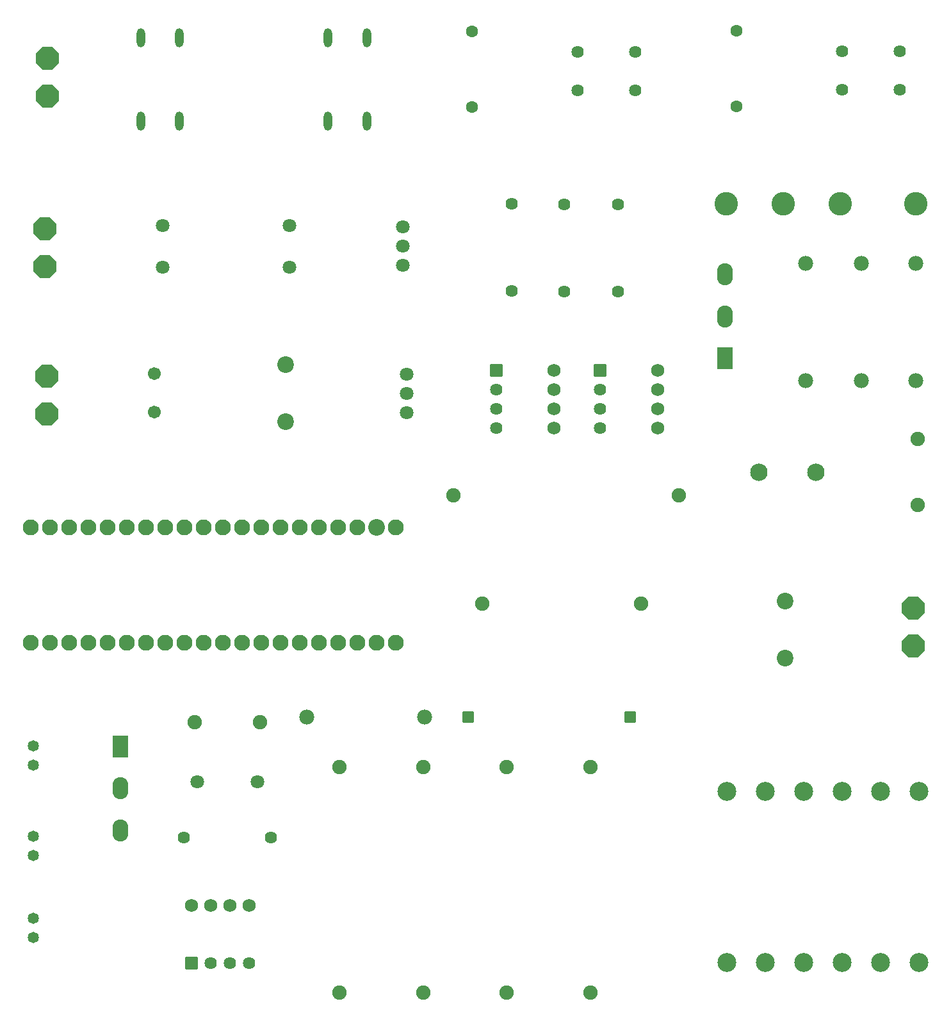
<source format=gbs>
G04 Layer: BottomSolderMaskLayer*
G04 EasyEDA v6.5.23, 2023-06-02 07:25:32*
G04 faa352a2f59442928f15561526b97a70,7a70a1584c9f4322b4499a83215dc486,10*
G04 Gerber Generator version 0.2*
G04 Scale: 100 percent, Rotated: No, Reflected: No *
G04 Dimensions in millimeters *
G04 leading zeros omitted , absolute positions ,4 integer and 5 decimal *
%FSLAX45Y45*%
%MOMM*%

%AMMACRO1*1,1,$1,$2,$3*1,1,$1,$4,$5*1,1,$1,0-$2,0-$3*1,1,$1,0-$4,0-$5*20,1,$1,$2,$3,$4,$5,0*20,1,$1,$4,$5,0-$2,0-$3,0*20,1,$1,0-$2,0-$3,0-$4,0-$5,0*20,1,$1,0-$4,0-$5,$2,$3,0*4,1,4,$2,$3,$4,$5,0-$2,0-$3,0-$4,0-$5,$2,$3,0*%
%AMMACRO2*4,1,8,-0.6248,-1.5088,-1.5088,-0.6248,-1.5088,0.6248,-0.6248,1.5088,0.6248,1.5088,1.5088,0.6248,1.5088,-0.6248,0.6248,-1.5088,-0.6248,-1.5088,0*%
%ADD10MACRO1,0.1016X0.762X0.762X0.762X-0.762*%
%ADD11C,1.6256*%
%ADD12C,1.7272*%
%ADD13MACRO1,0.1016X-0.762X0.762X0.762X0.762*%
%ADD14C,3.1016*%
%ADD15C,1.6016*%
%ADD16C,2.3016*%
%ADD17C,1.9016*%
%ADD18C,1.8016*%
%ADD19C,1.7016*%
%ADD20C,2.2000*%
%ADD21C,1.4816*%
%ADD22MACRO2*%
%ADD23O,1.1015979999999999X2.501646*%
%ADD24C,1.6240*%
%ADD25C,1.9812*%
%ADD26MACRO1,0.1016X-0.675X0.675X0.675X0.675*%
%ADD27MACRO1,0.1016X0.675X-0.675X-0.675X-0.675*%
%ADD28C,2.5000*%
%ADD29C,2.1016*%
%ADD30C,2.2032*%
%ADD31MACRO1,0.1016X-1X1.4X1X1.4*%
%ADD32O,2.101596X2.9015944*%
%ADD33MACRO1,0.1016X1X-1.4X-1X-1.4*%

%LPD*%
D10*
G01*
X7277100Y8826500D03*
D11*
G01*
X7277100Y8572500D03*
G01*
X7277100Y8318500D03*
G01*
X7277100Y8064500D03*
D12*
G01*
X8039100Y8064500D03*
G01*
X8039100Y8318500D03*
G01*
X8039100Y8572500D03*
G01*
X8039100Y8826500D03*
D10*
G01*
X8648700Y8826500D03*
D11*
G01*
X8648700Y8572500D03*
G01*
X8648700Y8318500D03*
G01*
X8648700Y8064500D03*
D12*
G01*
X9410700Y8064500D03*
G01*
X9410700Y8318500D03*
G01*
X9410700Y8572500D03*
G01*
X9410700Y8826500D03*
D13*
G01*
X3251200Y990600D03*
D11*
G01*
X3505200Y990600D03*
G01*
X3759200Y990600D03*
G01*
X4013200Y990600D03*
D12*
G01*
X4013200Y1752600D03*
G01*
X3759200Y1752600D03*
G01*
X3505200Y1752600D03*
G01*
X3251200Y1752600D03*
D14*
G01*
X10319715Y11023600D03*
G01*
X11069675Y11023600D03*
G01*
X11819686Y11023600D03*
G01*
X12819684Y11023600D03*
D15*
G01*
X6959600Y13301599D03*
G01*
X6959600Y12301601D03*
G01*
X10452100Y13314299D03*
G01*
X10452100Y12314301D03*
D16*
G01*
X11500205Y7480300D03*
G01*
X10750219Y7480300D03*
D17*
G01*
X9190710Y5740400D03*
G01*
X7090689Y5740400D03*
D18*
G01*
X2870200Y10739831D03*
G01*
X2870200Y10189819D03*
G01*
X4546600Y10739831D03*
G01*
X4546600Y10189819D03*
D19*
G01*
X2755900Y8779713D03*
G01*
X2755900Y8271713D03*
D20*
G01*
X4495800Y8896730D03*
G01*
X4495800Y8146719D03*
D17*
G01*
X12852400Y7045299D03*
G01*
X12852400Y7915300D03*
G01*
X4156100Y4178300D03*
G01*
X3286099Y4178300D03*
D21*
G01*
X1155700Y1585493D03*
G01*
X1155700Y1331518D03*
G01*
X1155674Y3858793D03*
G01*
X1155674Y3604818D03*
G01*
X1155674Y2664993D03*
G01*
X1155674Y2411018D03*
D22*
G01*
X1346200Y12950189D03*
G01*
X1346200Y12449810D03*
G01*
X12788900Y5185410D03*
G01*
X12788900Y5685789D03*
G01*
X1308100Y10694924D03*
G01*
X1308100Y10194544D03*
G01*
X1333500Y8751824D03*
G01*
X1333500Y8251444D03*
D23*
G01*
X2574594Y13220700D03*
G01*
X3089605Y13220700D03*
G01*
X2574594Y12115800D03*
G01*
X3089605Y12115800D03*
G01*
X5051094Y13220700D03*
G01*
X5566105Y13220700D03*
G01*
X5051094Y12115800D03*
G01*
X5566105Y12115800D03*
D11*
G01*
X8356600Y13030200D03*
G01*
X9118600Y13030200D03*
G01*
X11849100Y13042900D03*
G01*
X12611100Y13042900D03*
G01*
X11849100Y12534900D03*
G01*
X12611100Y12534900D03*
G01*
X8356600Y12522200D03*
G01*
X9118600Y12522200D03*
D17*
G01*
X9694189Y7175500D03*
G01*
X6714210Y7175500D03*
G01*
X8521700Y3585489D03*
G01*
X8521700Y605510D03*
G01*
X7416800Y605510D03*
G01*
X7416800Y3585489D03*
G01*
X6311900Y3585489D03*
G01*
X6311900Y605510D03*
G01*
X5207000Y605510D03*
G01*
X5207000Y3585489D03*
D24*
G01*
X8178800Y9864191D03*
G01*
X8178800Y11014202D03*
G01*
X4296105Y2654300D03*
G01*
X3146094Y2654300D03*
G01*
X7480300Y9876891D03*
G01*
X7480300Y11026902D03*
G01*
X8890000Y9864191D03*
G01*
X8890000Y11014202D03*
D25*
G01*
X4774895Y4241800D03*
G01*
X6324904Y4241800D03*
G01*
X11366500Y10236504D03*
G01*
X11366500Y8686495D03*
G01*
X12103100Y8686495D03*
G01*
X12103100Y10236504D03*
G01*
X12827000Y10236504D03*
G01*
X12827000Y8686495D03*
D26*
G01*
X6900600Y4241800D03*
D27*
G01*
X9050599Y4241800D03*
D28*
G01*
X12865100Y3263900D03*
G01*
X12357100Y3263900D03*
G01*
X11849100Y3263900D03*
G01*
X10325100Y3263900D03*
G01*
X10833100Y3263900D03*
G01*
X11341100Y3263900D03*
G01*
X12865100Y1003300D03*
G01*
X12357100Y1003300D03*
G01*
X11849100Y1003300D03*
G01*
X10325100Y1003300D03*
G01*
X10833100Y1003300D03*
G01*
X11341100Y1003300D03*
D18*
G01*
X6096000Y8775700D03*
G01*
X6096000Y8521700D03*
G01*
X6096000Y8267700D03*
G01*
X6045200Y10718800D03*
G01*
X6045200Y10464800D03*
G01*
X6045200Y10210800D03*
D29*
G01*
X1120139Y5222239D03*
G01*
X1374139Y5222239D03*
G01*
X1628139Y5222239D03*
G01*
X1882139Y5222239D03*
G01*
X2136140Y5222239D03*
G01*
X2390140Y5222239D03*
G01*
X2644140Y5222239D03*
G01*
X2898140Y5222239D03*
G01*
X3152140Y5222239D03*
G01*
X3406140Y5222239D03*
G01*
X3660140Y5222239D03*
G01*
X3914140Y5222239D03*
G01*
X4168140Y5222239D03*
G01*
X4422140Y5222239D03*
G01*
X4676140Y5222239D03*
G01*
X4930140Y5222239D03*
G01*
X5184140Y5222239D03*
G01*
X5438140Y5222239D03*
G01*
X5692140Y5222239D03*
G01*
X5946140Y5222239D03*
G01*
X1120139Y6746239D03*
G01*
X1374139Y6746239D03*
G01*
X1628139Y6746239D03*
G01*
X1882139Y6746239D03*
G01*
X2136140Y6746239D03*
G01*
X2390140Y6746239D03*
G01*
X2644140Y6746239D03*
G01*
X2898140Y6746239D03*
G01*
X3152140Y6746239D03*
G01*
X3406140Y6746239D03*
G01*
X3660140Y6746239D03*
G01*
X3914140Y6746239D03*
G01*
X4168140Y6746239D03*
G01*
X4422140Y6746239D03*
G01*
X4676140Y6746239D03*
G01*
X4930140Y6746239D03*
G01*
X5184140Y6746239D03*
G01*
X5438140Y6746239D03*
D30*
G01*
X5692089Y6746239D03*
D29*
G01*
X5946140Y6746239D03*
D18*
G01*
X3321100Y3390900D03*
G01*
X4121099Y3390900D03*
D20*
G01*
X11099800Y5022494D03*
G01*
X11099800Y5772505D03*
D31*
G01*
X2311400Y3858006D03*
D32*
G01*
X2311400Y3302000D03*
G01*
X2311400Y2745994D03*
D33*
G01*
X10299700Y8981693D03*
D32*
G01*
X10299700Y9537700D03*
G01*
X10299700Y10093705D03*
M02*

</source>
